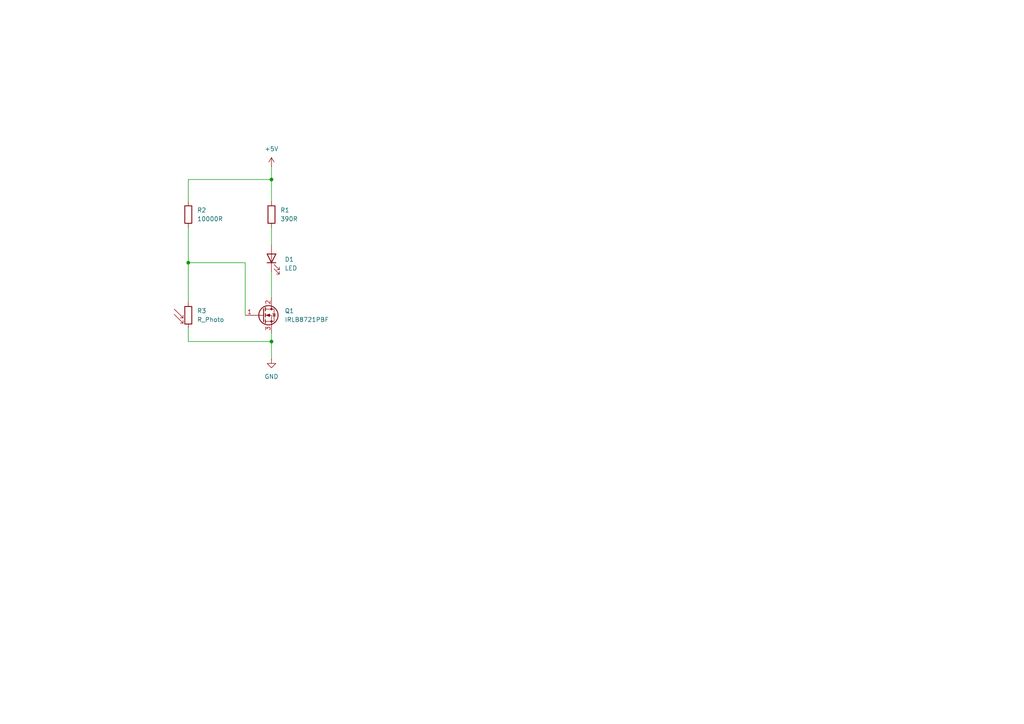
<source format=kicad_sch>
(kicad_sch (version 20231120) (generator "eeschema") (generator_version "8.0")
  (paper "A4")
  (lib_symbols
    (symbol "Device:LED" (pin_numbers hide) (pin_names (offset 1.016) hide)
      (property "Reference" "D" (at 0 2.54 0))
      (property "Value" "LED" (at 0 -2.54 0))
      (symbol "LED_0_1"
        (polyline (pts (xy -1.27 -1.27) (xy -1.27 1.27)) (stroke (width 0.254)))
        (polyline (pts (xy -1.27 0) (xy 1.27 0)))
        (polyline (pts (xy 1.27 -1.27) (xy 1.27 1.27) (xy -1.27 0) (xy 1.27 -1.27)) (stroke (width 0.254)))
        (polyline (pts (xy -3.048 -0.762) (xy -4.572 -2.286) (xy -3.81 -2.286) (xy -4.572 -2.286) (xy -4.572 -1.524)))
        (polyline (pts (xy -1.778 -0.762) (xy -3.302 -2.286) (xy -2.54 -2.286) (xy -3.302 -2.286) (xy -3.302 -1.524)))
      )
      (symbol "LED_1_1"
        (pin passive line (at -3.81 0 0) (length 2.54) (name "K") (number "1"))
        (pin passive line (at 3.81 0 180) (length 2.54) (name "A") (number "2"))
      )
    )
    (symbol "Device:R" (pin_numbers hide) (pin_names (offset 0))
      (property "Reference" "R" (at 2.032 0 90))
      (property "Value" "R" (at 0 0 90))
      (symbol "R_0_1"
        (rectangle (start -1.016 -2.54) (end 1.016 2.54) (stroke (width 0.254)))
      )
      (symbol "R_1_1"
        (pin passive line (at 0 3.81 270) (length 1.27) (name "~") (number "1"))
        (pin passive line (at 0 -3.81 90) (length 1.27) (name "~") (number "2"))
      )
    )
    (symbol "Device:R_Photo" (pin_numbers hide) (pin_names (offset 0))
      (property "Reference" "R" (at 1.27 1.27 0))
      (property "Value" "R_Photo" (at 1.27 0 0))
      (symbol "R_Photo_0_1"
        (rectangle (start -1.016 2.54) (end 1.016 -2.54) (stroke (width 0.254)))
        (polyline (pts (xy -1.524 -2.286) (xy -4.064 0.254)))
        (polyline (pts (xy -1.524 -2.286) (xy -2.286 -2.286)))
        (polyline (pts (xy -1.524 -2.286) (xy -1.524 -1.524)))
        (polyline (pts (xy -1.524 -0.762) (xy -4.064 1.778)))
        (polyline (pts (xy -1.524 -0.762) (xy -2.286 -0.762)))
        (polyline (pts (xy -1.524 -0.762) (xy -1.524 0)))
      )
      (symbol "R_Photo_1_1"
        (pin passive line (at 0 3.81 270) (length 1.27) (name "~") (number "1"))
        (pin passive line (at 0 -3.81 90) (length 1.27) (name "~") (number "2"))
      )
    )
    (symbol "Transistor_FET:IRLB8721PBF" (pin_names hide)
      (property "Reference" "Q" (at 5.08 1.905 0))
      (property "Value" "IRLB8721PBF" (at 5.08 0 0))
      (symbol "IRLB8721PBF_0_1"
        (polyline (pts (xy 0.254 0) (xy -2.54 0)))
        (polyline (pts (xy 0.254 1.905) (xy 0.254 -1.905)) (stroke (width 0.254)))
        (polyline (pts (xy 0.762 -1.27) (xy 0.762 -2.286)) (stroke (width 0.254)))
        (polyline (pts (xy 0.762 0.508) (xy 0.762 -0.508)) (stroke (width 0.254)))
        (polyline (pts (xy 0.762 2.286) (xy 0.762 1.27)) (stroke (width 0.254)))
        (polyline (pts (xy 2.54 2.54) (xy 2.54 1.778)))
        (polyline (pts (xy 2.54 -2.54) (xy 2.54 0) (xy 0.762 0)))
        (polyline (pts (xy 0.762 -1.778) (xy 3.302 -1.778) (xy 3.302 1.778) (xy 0.762 1.778)))
        (polyline (pts (xy 1.016 0) (xy 2.032 0.381) (xy 2.032 -0.381) (xy 1.016 0)) (fill (type outline)))
        (polyline (pts (xy 2.794 0.508) (xy 2.921 0.381) (xy 3.683 0.381) (xy 3.81 0.254)))
        (polyline (pts (xy 3.302 0.381) (xy 2.921 -0.254) (xy 3.683 -0.254) (xy 3.302 0.381)))
        (circle (center 1.651 0) (radius 2.794) (stroke (width 0.254)))
        (circle (center 2.54 -1.778) (radius 0.254) (fill (type outline)))
        (circle (center 2.54 1.778) (radius 0.254) (fill (type outline)))
      )
      (symbol "IRLB8721PBF_1_1"
        (pin input line (at -5.08 0 0) (length 2.54) (name "G") (number "1"))
        (pin passive line (at 2.54 5.08 270) (length 2.54) (name "D") (number "2"))
        (pin passive line (at 2.54 -5.08 90) (length 2.54) (name "S") (number "3"))
      )
    )
    (symbol "power:+5V" (power) (pin_numbers hide) (pin_names (offset 0) hide)
      (property "Value" "+5V" (at 0 3.556 0))
      (symbol "+5V_0_1"
        (polyline (pts (xy -0.762 1.27) (xy 0 2.54)))
        (polyline (pts (xy 0 0) (xy 0 2.54)))
        (polyline (pts (xy 0 2.54) (xy 0.762 1.27)))
      )
      (symbol "+5V_1_1"
        (pin power_in line (at 0 0 90) (length 0) (name "~") (number "1"))
      )
    )
    (symbol "power:GND" (power) (pin_numbers hide) (pin_names (offset 0) hide)
      (property "Value" "GND" (at 0 -3.81 0))
      (symbol "GND_0_1"
        (polyline (pts (xy 0 0) (xy 0 -1.27) (xy 1.27 -1.27) (xy 0 -2.54) (xy -1.27 -1.27) (xy 0 -1.27)))
      )
      (symbol "GND_1_1"
        (pin power_in line (at 0 0 270) (length 0) (name "~") (number "1"))
      )
    )
  )
  (junction (at 54.61 76.2))
  (junction (at 78.74 52.07))
  (junction (at 78.74 99.06))
  (wire (pts (xy 78.74 48.26) (xy 78.74 52.07)))
  (wire (pts (xy 54.61 99.06) (xy 78.74 99.06)))
  (wire (pts (xy 78.74 96.52) (xy 78.74 99.06)))
  (wire (pts (xy 71.12 76.2) (xy 71.12 91.44)))
  (wire (pts (xy 54.61 66.04) (xy 54.61 76.2)))
  (wire (pts (xy 78.74 66.04) (xy 78.74 71.12)))
  (wire (pts (xy 54.61 52.07) (xy 54.61 58.42)))
  (wire (pts (xy 54.61 76.2) (xy 71.12 76.2)))
  (wire (pts (xy 54.61 76.2) (xy 54.61 87.63)))
  (wire (pts (xy 78.74 78.74) (xy 78.74 86.36)))
  (wire (pts (xy 54.61 95.25) (xy 54.61 99.06)))
  (wire (pts (xy 78.74 99.06) (xy 78.74 104.14)))
  (wire (pts (xy 78.74 52.07) (xy 78.74 58.42)))
  (wire (pts (xy 78.74 52.07) (xy 54.61 52.07)))
  (symbol (lib_id "Device:R") (at 54.61 62.23 0) (unit 1)
    (property "Reference" "R2" (at 57.15 60.9599 0) (effects (justify left)))
    (property "Value" "10000R" (at 57.15 63.4999 0) (effects (justify left)))
    (property "Description" "Resistor" (effects (hide yes)))
  )
  (symbol (lib_id "Device:R_Photo") (at 54.61 91.44 0) (unit 1)
    (property "Reference" "R3" (at 57.15 90.1699 0) (effects (justify left)))
    (property "Value" "R_Photo" (at 57.15 92.7099 0) (effects (justify left)))
    (property "Description" "Photoresistor" (effects (hide yes)))
  )
  (symbol (lib_id "Device:LED") (at 78.74 74.93 90) (unit 1)
    (property "Reference" "D1" (at 82.55 75.2474 90) (effects (justify right)))
    (property "Value" "LED" (at 82.55 77.7874 90) (effects (justify right)))
    (property "Description" "Light emitting diode" (effects (hide yes)))
  )
  (symbol (lib_id "Transistor_FET:IRLB8721PBF") (at 76.2 91.44 0) (unit 1)
    (property "Reference" "Q1" (at 82.55 90.1699 0) (effects (justify left)))
    (property "Value" "IRLB8721PBF" (at 82.55 92.7099 0) (effects (justify left)))
    (property "Footprint" "Package_TO_SOT_THT:TO-220-3_Vertical" (effects (hide yes)))
    (property "Datasheet" "http://www.infineon.com/dgdl/irlb8721pbf.pdf?fileId=5546d462533600a40153566056732591" (effects (hide yes)))
    (property "Description" "62A Id, 30V Vds, 8.7 mOhm Rds, N-Channel HEXFET Power MOSFET, TO-220" (effects (hide yes)))
  )
  (symbol (lib_id "power:GND") (at 78.74 104.14 0) (unit 1)
    (property "Reference" "#PWR02" (effects (hide yes)))
    (property "Value" "GND" (at 78.74 109.22 0))
    (property "Description" "Power symbol creates a global label with name \"GND\" , ground" (effects (hide yes)))
  )
  (symbol (lib_id "Device:R") (at 78.74 62.23 0) (unit 1)
    (property "Reference" "R1" (at 81.28 60.9599 0) (effects (justify left)))
    (property "Value" "390R" (at 81.28 63.4999 0) (effects (justify left)))
    (property "Description" "Resistor" (effects (hide yes)))
  )
  (symbol (lib_id "power:+5V") (at 78.74 48.26 0) (unit 1)
    (property "Reference" "#PWR01" (effects (hide yes)))
    (property "Value" "+5V" (at 78.74 43.18 0))
    (property "Description" "Power symbol creates a global label with name \"+5V\"" (effects (hide yes)))
  )
)
</source>
